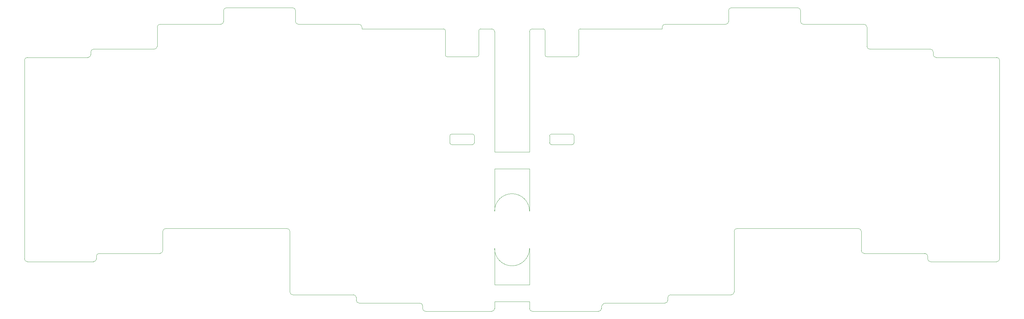
<source format=gbr>
%TF.GenerationSoftware,KiCad,Pcbnew,9.0.4*%
%TF.CreationDate,2025-09-13T00:46:48+03:00*%
%TF.ProjectId,KOMETA,4b4f4d45-5441-42e6-9b69-6361645f7063,rev?*%
%TF.SameCoordinates,Original*%
%TF.FileFunction,Profile,NP*%
%FSLAX46Y46*%
G04 Gerber Fmt 4.6, Leading zero omitted, Abs format (unit mm)*
G04 Created by KiCad (PCBNEW 9.0.4) date 2025-09-13 00:46:48*
%MOMM*%
%LPD*%
G01*
G04 APERTURE LIST*
%TA.AperFunction,Profile*%
%ADD10C,0.050000*%
%TD*%
G04 APERTURE END LIST*
D10*
X212300000Y-148824000D02*
X202300000Y-148824000D01*
X212300000Y-153624000D02*
X202300000Y-153624000D01*
X188700000Y-121500000D02*
X197300000Y-121500000D01*
X225051000Y-146199195D02*
X225051000Y-144199195D01*
X67700000Y-122500000D02*
X67700000Y-179500000D01*
X307300000Y-171600000D02*
X307300000Y-177125000D01*
X328700000Y-121700000D02*
G75*
G02*
X327900000Y-120900000I0J800000D01*
G01*
X226351000Y-121000000D02*
X226351000Y-114000000D01*
X270900000Y-171600000D02*
X270900000Y-189000000D01*
X189500000Y-144199195D02*
G75*
G02*
X190000000Y-143699200I500000J-5D01*
G01*
X308100000Y-177925000D02*
G75*
G02*
X307300000Y-177125000I0J800000D01*
G01*
X202300000Y-114300000D02*
X202300000Y-148824000D01*
X224551000Y-143699195D02*
G75*
G02*
X225051005Y-144199195I0J-500005D01*
G01*
X327100000Y-119325000D02*
X309700000Y-119325000D01*
X308100000Y-112200000D02*
G75*
G02*
X308900000Y-113000000I0J-800000D01*
G01*
X67700000Y-122500000D02*
G75*
G02*
X68500000Y-121700000I800000J0D01*
G01*
X224551000Y-143699195D02*
X218551000Y-143699195D01*
X144500000Y-107450000D02*
X125500000Y-107450000D01*
X105700000Y-113000000D02*
G75*
G02*
X106500000Y-112200000I800000J0D01*
G01*
X250300000Y-113500000D02*
X226851000Y-113500000D01*
X269300000Y-111400000D02*
G75*
G02*
X268500000Y-112200000I-800000J0D01*
G01*
X180900000Y-192180000D02*
G75*
G02*
X181700000Y-192980000I0J-800000D01*
G01*
X202300000Y-165800000D02*
G75*
G02*
X207300000Y-160800000I5000000J0D01*
G01*
X89100000Y-177925000D02*
X106500000Y-177925000D01*
X327100000Y-180300000D02*
X346100000Y-180300000D01*
X86700000Y-120125000D02*
G75*
G02*
X87500000Y-119325000I800000J0D01*
G01*
X232900000Y-193475000D02*
X232900000Y-193750000D01*
X218051000Y-146199195D02*
X218051000Y-144199195D01*
X124700000Y-111400000D02*
G75*
G02*
X123900000Y-112200000I-800000J0D01*
G01*
X142900000Y-170800000D02*
G75*
G02*
X143700000Y-171600000I0J-800000D01*
G01*
X226351000Y-114000000D02*
G75*
G02*
X226851000Y-113500000I500000J0D01*
G01*
X212300000Y-153624000D02*
X212300000Y-165800000D01*
X250300000Y-113000000D02*
X250300000Y-113500000D01*
X187700000Y-113500000D02*
G75*
G02*
X188200000Y-114000000I0J-500000D01*
G01*
X124700000Y-111400000D02*
X124700000Y-108250000D01*
X251900000Y-190600000D02*
X251900000Y-191380000D01*
X216751000Y-121000000D02*
X216751000Y-114000000D01*
X226351000Y-121000000D02*
G75*
G02*
X225851000Y-121500000I-500000J0D01*
G01*
X207300000Y-181500000D02*
G75*
G02*
X202300000Y-176500000I0J5000000D01*
G01*
X217251000Y-121500000D02*
G75*
G02*
X216751000Y-121000000I0J500000D01*
G01*
X105700000Y-118525000D02*
X105700000Y-113000000D01*
X189500000Y-146199195D02*
X189500000Y-144199195D01*
X269300000Y-108250000D02*
G75*
G02*
X270100000Y-107450000I800000J0D01*
G01*
X190000000Y-146699195D02*
G75*
G02*
X189500005Y-146199195I0J499995D01*
G01*
X212300000Y-114300000D02*
G75*
G02*
X213100000Y-113500000I800000J0D01*
G01*
X202300000Y-193750000D02*
X202300000Y-191750000D01*
X252700000Y-189800000D02*
X270100000Y-189800000D01*
X202300000Y-193750000D02*
G75*
G02*
X201500000Y-194550000I-800000J0D01*
G01*
X251900000Y-191380000D02*
G75*
G02*
X251100000Y-192180000I-800000J0D01*
G01*
X212300000Y-193750000D02*
X212300000Y-191750000D01*
X86700000Y-120900000D02*
X86700000Y-120125000D01*
X87500000Y-180300000D02*
X68500000Y-180300000D01*
X218051000Y-144199195D02*
G75*
G02*
X218551000Y-143699200I500000J-5D01*
G01*
X87500000Y-119325000D02*
X104900000Y-119325000D01*
X251100000Y-112200000D02*
X268500000Y-112200000D01*
X327100000Y-119325000D02*
G75*
G02*
X327900000Y-120125000I0J-800000D01*
G01*
X105700000Y-118525000D02*
G75*
G02*
X104900000Y-119325000I-800000J0D01*
G01*
X201500000Y-113500000D02*
X198300000Y-113500000D01*
X107300000Y-171600000D02*
X107300000Y-177125000D01*
X187700000Y-113500000D02*
X164300000Y-113500000D01*
X232900000Y-193475000D02*
G75*
G02*
X234200000Y-192175000I1300000J0D01*
G01*
X163500000Y-192175000D02*
G75*
G02*
X162700000Y-191375000I0J800000D01*
G01*
X144500000Y-189800000D02*
G75*
G02*
X143700000Y-189000000I0J800000D01*
G01*
X197800000Y-121000000D02*
G75*
G02*
X197300000Y-121500000I-500000J0D01*
G01*
X289900000Y-111400000D02*
X289900000Y-108250000D01*
X142900000Y-170800000D02*
X108100000Y-170800000D01*
X123900000Y-112200000D02*
X106500000Y-112200000D01*
X327900000Y-120900000D02*
X327900000Y-120125000D01*
X327100000Y-180300000D02*
G75*
G02*
X326300000Y-179500000I0J800000D01*
G01*
X146100000Y-112200000D02*
G75*
G02*
X145300000Y-111400000I0J800000D01*
G01*
X196000000Y-143699195D02*
X190000000Y-143699195D01*
X86700000Y-120900000D02*
G75*
G02*
X85900000Y-121700000I-800000J0D01*
G01*
X207300000Y-160800000D02*
G75*
G02*
X212300000Y-165800000I0J-5000000D01*
G01*
X180900000Y-192175000D02*
X163500000Y-192175000D01*
X88300000Y-178725000D02*
G75*
G02*
X89100000Y-177925000I800000J0D01*
G01*
X232100000Y-194550001D02*
X213100000Y-194550000D01*
X161900000Y-189800000D02*
G75*
G02*
X162700000Y-190600000I0J-800000D01*
G01*
X188200000Y-121000000D02*
X188200000Y-114000000D01*
X164300000Y-113000000D02*
X164300000Y-113500000D01*
X88300000Y-178725000D02*
X88300000Y-179500000D01*
X107300000Y-171600000D02*
G75*
G02*
X108100000Y-170800000I800000J0D01*
G01*
X270900000Y-189000000D02*
G75*
G02*
X270100000Y-189800000I-800000J0D01*
G01*
X325500000Y-177925000D02*
X308100000Y-177925000D01*
X202300000Y-186950000D02*
X202300000Y-176500000D01*
X143700000Y-171600000D02*
X143700000Y-189000000D01*
X162700000Y-190600000D02*
X162700000Y-191375000D01*
X181700000Y-192980000D02*
X181700000Y-193750000D01*
X88300000Y-179500000D02*
G75*
G02*
X87500000Y-180300000I-800000J0D01*
G01*
X309700000Y-119325000D02*
G75*
G02*
X308900000Y-118525000I0J800000D01*
G01*
X124700000Y-108250000D02*
G75*
G02*
X125500000Y-107450000I800000J0D01*
G01*
X217251000Y-121500000D02*
X225851000Y-121500000D01*
X346900000Y-179500000D02*
G75*
G02*
X346100000Y-180300000I-800000J0D01*
G01*
X213100000Y-194550000D02*
G75*
G02*
X212300000Y-193750000I0J800000D01*
G01*
X163500000Y-112200000D02*
G75*
G02*
X164300000Y-113000000I0J-800000D01*
G01*
X197800000Y-121000000D02*
X197800000Y-114000000D01*
X326300000Y-178725000D02*
X326300000Y-179500000D01*
X182500000Y-194550001D02*
X201500000Y-194550000D01*
X251900000Y-190600000D02*
G75*
G02*
X252700000Y-189800000I800000J0D01*
G01*
X107300000Y-177125000D02*
G75*
G02*
X106500000Y-177925000I-800000J0D01*
G01*
X232900000Y-193750000D02*
G75*
G02*
X232100000Y-194550000I-800000J0D01*
G01*
X234200000Y-192175000D02*
X251100000Y-192175000D01*
X224551000Y-146699195D02*
X218551000Y-146699195D01*
X85900000Y-121700000D02*
X68500000Y-121700000D01*
X68500000Y-180300000D02*
G75*
G02*
X67700000Y-179500000I0J800000D01*
G01*
X308900000Y-118525000D02*
X308900000Y-113000000D01*
X270100000Y-107450000D02*
X289100000Y-107450000D01*
X290700000Y-112200000D02*
X308100000Y-112200000D01*
X216251000Y-113500000D02*
G75*
G02*
X216751000Y-114000000I0J-500000D01*
G01*
X202300000Y-153624000D02*
X202300000Y-165800000D01*
X346100000Y-121700000D02*
G75*
G02*
X346900000Y-122500000I0J-800000D01*
G01*
X271700000Y-170800000D02*
X306500000Y-170800000D01*
X196500000Y-146199195D02*
G75*
G02*
X196000000Y-146699200I-500000J-5D01*
G01*
X201500000Y-113500000D02*
G75*
G02*
X202300000Y-114300000I0J-800000D01*
G01*
X188700000Y-121500000D02*
G75*
G02*
X188200000Y-121000000I0J500000D01*
G01*
X145300000Y-111400000D02*
X145300000Y-108250000D01*
X346900000Y-122500000D02*
X346900000Y-179500000D01*
X212300000Y-191750000D02*
X202300000Y-191750000D01*
X306500000Y-170800000D02*
G75*
G02*
X307300000Y-171600000I0J-800000D01*
G01*
X212300000Y-186950000D02*
X202300000Y-186950000D01*
X196000000Y-143699195D02*
G75*
G02*
X196500005Y-144199195I0J-500005D01*
G01*
X325500000Y-177925000D02*
G75*
G02*
X326300000Y-178725000I0J-800000D01*
G01*
X269300000Y-111400000D02*
X269300000Y-108250000D01*
X212300000Y-114300000D02*
X212300000Y-148824000D01*
X225051000Y-146199195D02*
G75*
G02*
X224551000Y-146699200I-500000J-5D01*
G01*
X161900000Y-189800000D02*
X144500000Y-189800000D01*
X290700000Y-112200000D02*
G75*
G02*
X289900000Y-111400000I0J800000D01*
G01*
X182500000Y-194550000D02*
G75*
G02*
X181700000Y-193750000I0J800000D01*
G01*
X212300000Y-186950000D02*
X212300000Y-176500000D01*
X218551000Y-146699195D02*
G75*
G02*
X218051005Y-146199195I0J499995D01*
G01*
X250300000Y-113000000D02*
G75*
G02*
X251100000Y-112200000I800000J0D01*
G01*
X196000000Y-146699195D02*
X190000000Y-146699195D01*
X270900000Y-171600000D02*
G75*
G02*
X271700000Y-170800000I800000J0D01*
G01*
X328700000Y-121700000D02*
X346100000Y-121700000D01*
X289100000Y-107450000D02*
G75*
G02*
X289900000Y-108250000I0J-800000D01*
G01*
X196500000Y-146199195D02*
X196500000Y-144199195D01*
X216251000Y-113500000D02*
X213100000Y-113500000D01*
X163500000Y-112200000D02*
X146100000Y-112200000D01*
X197800000Y-114000000D02*
G75*
G02*
X198300000Y-113500000I500000J0D01*
G01*
X212300000Y-176500000D02*
G75*
G02*
X207300000Y-181500000I-5000000J0D01*
G01*
X144500000Y-107450000D02*
G75*
G02*
X145300000Y-108250000I0J-800000D01*
G01*
M02*

</source>
